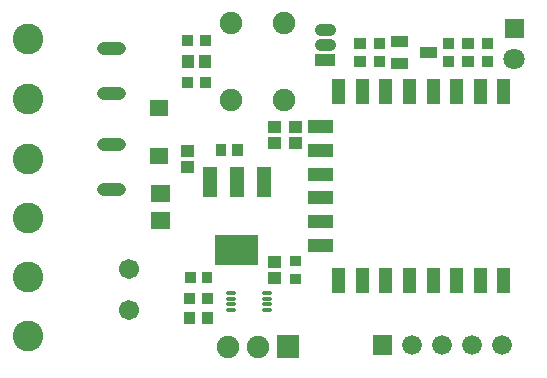
<source format=gts>
G04 Layer: TopSolderMaskLayer*
G04 EasyEDA v6.4.25, 2021-12-01T16:26:12+03:00*
G04 b03321441de44a4fabc515ecf1a05e19,10*
G04 Gerber Generator version 0.2*
G04 Scale: 100 percent, Rotated: No, Reflected: No *
G04 Dimensions in millimeters *
G04 leading zeros omitted , absolute positions ,4 integer and 5 decimal *
%FSLAX45Y45*%
%MOMM*%

%ADD53C,0.3516*%
%ADD54C,1.0016*%
%ADD55C,1.1016*%
%ADD56C,1.9016*%
%ADD57C,1.9020*%
%ADD63C,1.6764*%
%ADD67C,1.8016*%
%ADD68C,1.7016*%
%ADD70C,2.6016*%

%LPD*%
D53*
X103792Y-890193D02*
G01*
X53792Y-890193D01*
X103792Y-940206D02*
G01*
X53792Y-940206D01*
X103792Y-990193D02*
G01*
X53792Y-990193D01*
X103792Y-1040206D02*
G01*
X53792Y-1040206D01*
X-206189Y-1040206D02*
G01*
X-256189Y-1040206D01*
X-206189Y-990193D02*
G01*
X-256189Y-990193D01*
X-206189Y-940206D02*
G01*
X-256189Y-940206D01*
X-206189Y-890193D02*
G01*
X-256189Y-890193D01*
D54*
X536501Y1333500D02*
G01*
X606501Y1333500D01*
X536501Y1206500D02*
G01*
X606501Y1206500D01*
D55*
X-1309598Y1179220D02*
G01*
X-1179598Y1179220D01*
X-1309598Y799211D02*
G01*
X-1179598Y799211D01*
X-1309598Y369214D02*
G01*
X-1179598Y369214D01*
X-1309598Y-10795D02*
G01*
X-1179598Y-10795D01*
D56*
G01*
X225044Y741679D03*
D57*
G01*
X-225044Y741679D03*
D56*
G01*
X225044Y1391920D03*
G01*
X-225044Y1391920D03*
G36*
X159004Y-1441195D02*
G01*
X159004Y-1251204D01*
X348995Y-1251204D01*
X348995Y-1441195D01*
G37*
G01*
X0Y-1346200D03*
G01*
X-254000Y-1346200D03*
G36*
X-905510Y-122681D02*
G01*
X-905510Y21081D01*
X-745489Y21081D01*
X-745489Y-122681D01*
G37*
G36*
X-905510Y-351281D02*
G01*
X-905510Y-207518D01*
X-745489Y-207518D01*
X-745489Y-351281D01*
G37*
G36*
X-916686Y607060D02*
G01*
X-916686Y744220D01*
X-759460Y744220D01*
X-759460Y607060D01*
G37*
G36*
X-916686Y195579D02*
G01*
X-916686Y332739D01*
X-759460Y332739D01*
X-759460Y195579D01*
G37*
G36*
X-5334Y-83820D02*
G01*
X-5334Y172720D01*
X109728Y172720D01*
X109728Y-83820D01*
G37*
G36*
X-235457Y-83820D02*
G01*
X-235457Y172720D01*
X-120142Y172720D01*
X-120142Y-83820D01*
G37*
G36*
X-465328Y-83820D02*
G01*
X-465328Y172720D01*
X-350265Y172720D01*
X-350265Y-83820D01*
G37*
G36*
X-359918Y-655320D02*
G01*
X-359918Y-398779D01*
X4318Y-398779D01*
X4318Y-655320D01*
G37*
D63*
G01*
X2070100Y-1333500D03*
G01*
X1816100Y-1333500D03*
G01*
X1562100Y-1333500D03*
G01*
X1308100Y-1333500D03*
G36*
X970279Y-1417320D02*
G01*
X970279Y-1249679D01*
X1137920Y-1249679D01*
X1137920Y-1417320D01*
G37*
G36*
X-500887Y1011681D02*
G01*
X-500887Y1121918D01*
X-400557Y1121918D01*
X-400557Y1011681D01*
G37*
G36*
X-640842Y1011681D02*
G01*
X-640842Y1121918D01*
X-540512Y1121918D01*
X-540512Y1011681D01*
G37*
G36*
X-490728Y1196339D02*
G01*
X-490728Y1292860D01*
X-400050Y1292860D01*
X-400050Y1196339D01*
G37*
G36*
X-641350Y1196339D02*
G01*
X-641350Y1292860D01*
X-550671Y1292860D01*
X-550671Y1196339D01*
G37*
G36*
X2087879Y1262379D02*
G01*
X2087879Y1430020D01*
X2255520Y1430020D01*
X2255520Y1262379D01*
G37*
D67*
G01*
X2171700Y1092200D03*
D68*
G01*
X-1092200Y-1038605D03*
G01*
X-1092200Y-688594D03*
G36*
X84581Y-818642D02*
G01*
X84581Y-718312D01*
X194818Y-718312D01*
X194818Y-818642D01*
G37*
G36*
X84581Y-678687D02*
G01*
X84581Y-578357D01*
X194818Y-578357D01*
X194818Y-678687D01*
G37*
G36*
X-652018Y261112D02*
G01*
X-652018Y361442D01*
X-541781Y361442D01*
X-541781Y261112D01*
G37*
G36*
X-652018Y121157D02*
G01*
X-652018Y221487D01*
X-541781Y221487D01*
X-541781Y121157D01*
G37*
G36*
X-623062Y-1153160D02*
G01*
X-623062Y-1056639D01*
X-532384Y-1056639D01*
X-532384Y-1153160D01*
G37*
G36*
X-472439Y-1153160D02*
G01*
X-472439Y-1056639D01*
X-381762Y-1056639D01*
X-381762Y-1153160D01*
G37*
G36*
X-623062Y-988060D02*
G01*
X-623062Y-891539D01*
X-532384Y-891539D01*
X-532384Y-988060D01*
G37*
G36*
X-472439Y-988060D02*
G01*
X-472439Y-891539D01*
X-381762Y-891539D01*
X-381762Y-988060D01*
G37*
D70*
G01*
X-1943074Y1253744D03*
G01*
X-1943074Y752855D03*
G01*
X-1943100Y241985D03*
G01*
X-1943100Y-258013D03*
G01*
X-1943100Y-758012D03*
G01*
X-1943100Y-1258011D03*
G36*
X-216407Y267462D02*
G01*
X-216407Y367537D01*
X-126237Y367537D01*
X-126237Y267462D01*
G37*
G36*
X-356362Y267462D02*
G01*
X-356362Y367537D01*
X-266192Y367537D01*
X-266192Y267462D01*
G37*
G36*
X-476757Y-812037D02*
G01*
X-476757Y-711962D01*
X-386587Y-711962D01*
X-386587Y-812037D01*
G37*
G36*
X-616712Y-812037D02*
G01*
X-616712Y-711962D01*
X-526542Y-711962D01*
X-526542Y-812037D01*
G37*
G36*
X815339Y1172971D02*
G01*
X815339Y1263650D01*
X911860Y1263650D01*
X911860Y1172971D01*
G37*
G36*
X815339Y1022350D02*
G01*
X815339Y1113028D01*
X911860Y1113028D01*
X911860Y1022350D01*
G37*
G36*
X486410Y1029462D02*
G01*
X486410Y1129537D01*
X656589Y1129537D01*
X656589Y1029462D01*
G37*
G36*
X2028190Y-892555D02*
G01*
X2028190Y-682244D01*
X2138172Y-682244D01*
X2138172Y-892555D01*
G37*
G36*
X1828037Y-892555D02*
G01*
X1828037Y-682244D01*
X1938274Y-682244D01*
X1938274Y-892555D01*
G37*
G36*
X1628139Y-892555D02*
G01*
X1628139Y-682244D01*
X1738376Y-682244D01*
X1738376Y-892555D01*
G37*
G36*
X1427987Y-892302D02*
G01*
X1427987Y-682244D01*
X1538223Y-682244D01*
X1538223Y-892302D01*
G37*
G36*
X1228089Y-892555D02*
G01*
X1228089Y-682244D01*
X1338326Y-682244D01*
X1338326Y-892555D01*
G37*
G36*
X1028192Y-892555D02*
G01*
X1028192Y-682497D01*
X1138173Y-682497D01*
X1138173Y-892555D01*
G37*
G36*
X828039Y-892302D02*
G01*
X828039Y-682244D01*
X938276Y-682244D01*
X938276Y-892302D01*
G37*
G36*
X628142Y-892302D02*
G01*
X628142Y-681989D01*
X738123Y-681989D01*
X738123Y-892302D01*
G37*
G36*
X427989Y-542036D02*
G01*
X427989Y-431800D01*
X638047Y-431800D01*
X638047Y-542036D01*
G37*
G36*
X427989Y-342137D02*
G01*
X427989Y-231902D01*
X638302Y-231902D01*
X638302Y-342137D01*
G37*
G36*
X427989Y-142239D02*
G01*
X427989Y-32004D01*
X638302Y-32004D01*
X638302Y-142239D01*
G37*
G36*
X427989Y57912D02*
G01*
X427989Y168147D01*
X638302Y168147D01*
X638302Y57912D01*
G37*
G36*
X428244Y257810D02*
G01*
X428244Y368045D01*
X638302Y368045D01*
X638302Y257810D01*
G37*
G36*
X427989Y457707D02*
G01*
X427989Y567689D01*
X638047Y567689D01*
X638047Y457707D01*
G37*
G36*
X628142Y707644D02*
G01*
X628142Y917955D01*
X738123Y917955D01*
X738123Y707644D01*
G37*
G36*
X828039Y707644D02*
G01*
X828039Y917955D01*
X938276Y917955D01*
X938276Y707644D01*
G37*
G36*
X1028192Y707644D02*
G01*
X1028192Y917955D01*
X1138173Y917955D01*
X1138173Y707644D01*
G37*
G36*
X1228089Y707644D02*
G01*
X1228089Y917955D01*
X1338326Y917955D01*
X1338326Y707644D01*
G37*
G36*
X1427987Y707644D02*
G01*
X1427987Y917955D01*
X1538223Y917955D01*
X1538223Y707644D01*
G37*
G36*
X1628139Y707644D02*
G01*
X1628139Y917955D01*
X1738376Y917955D01*
X1738376Y707644D01*
G37*
G36*
X1828037Y707644D02*
G01*
X1828037Y917955D01*
X1938274Y917955D01*
X1938274Y707644D01*
G37*
G36*
X2028190Y707644D02*
G01*
X2028190Y917955D01*
X2138172Y917955D01*
X2138172Y707644D01*
G37*
G36*
X269239Y-668528D02*
G01*
X269239Y-577850D01*
X365760Y-577850D01*
X365760Y-668528D01*
G37*
G36*
X269239Y-819150D02*
G01*
X269239Y-728471D01*
X365760Y-728471D01*
X365760Y-819150D01*
G37*
G36*
X-490728Y840739D02*
G01*
X-490728Y937260D01*
X-400050Y937260D01*
X-400050Y840739D01*
G37*
G36*
X-641350Y840739D02*
G01*
X-641350Y937260D01*
X-550671Y937260D01*
X-550671Y840739D01*
G37*
G36*
X1894839Y1172971D02*
G01*
X1894839Y1263650D01*
X1991359Y1263650D01*
X1991359Y1172971D01*
G37*
G36*
X1894839Y1022350D02*
G01*
X1894839Y1113028D01*
X1991359Y1113028D01*
X1991359Y1022350D01*
G37*
G36*
X1729739Y1172971D02*
G01*
X1729739Y1263650D01*
X1826260Y1263650D01*
X1826260Y1172971D01*
G37*
G36*
X1729739Y1022350D02*
G01*
X1729739Y1113028D01*
X1826260Y1113028D01*
X1826260Y1022350D01*
G37*
G36*
X84581Y324357D02*
G01*
X84581Y424687D01*
X194818Y424687D01*
X194818Y324357D01*
G37*
G36*
X84581Y464312D02*
G01*
X84581Y564642D01*
X194818Y564642D01*
X194818Y464312D01*
G37*
G36*
X262381Y324357D02*
G01*
X262381Y424687D01*
X372618Y424687D01*
X372618Y324357D01*
G37*
G36*
X262381Y464312D02*
G01*
X262381Y564642D01*
X372618Y564642D01*
X372618Y464312D01*
G37*
G36*
X1373123Y1097787D02*
G01*
X1373123Y1188212D01*
X1518412Y1188212D01*
X1518412Y1097787D01*
G37*
G36*
X1123187Y1002792D02*
G01*
X1123187Y1093215D01*
X1268476Y1093215D01*
X1268476Y1002792D01*
G37*
G36*
X1123187Y1192784D02*
G01*
X1123187Y1283207D01*
X1268476Y1283207D01*
X1268476Y1192784D01*
G37*
G36*
X1564639Y1022350D02*
G01*
X1564639Y1113028D01*
X1661160Y1113028D01*
X1661160Y1022350D01*
G37*
G36*
X1564639Y1172971D02*
G01*
X1564639Y1263650D01*
X1661160Y1263650D01*
X1661160Y1172971D01*
G37*
G36*
X980439Y1172971D02*
G01*
X980439Y1263650D01*
X1076960Y1263650D01*
X1076960Y1172971D01*
G37*
G36*
X980439Y1022350D02*
G01*
X980439Y1113028D01*
X1076960Y1113028D01*
X1076960Y1022350D01*
G37*
M02*

</source>
